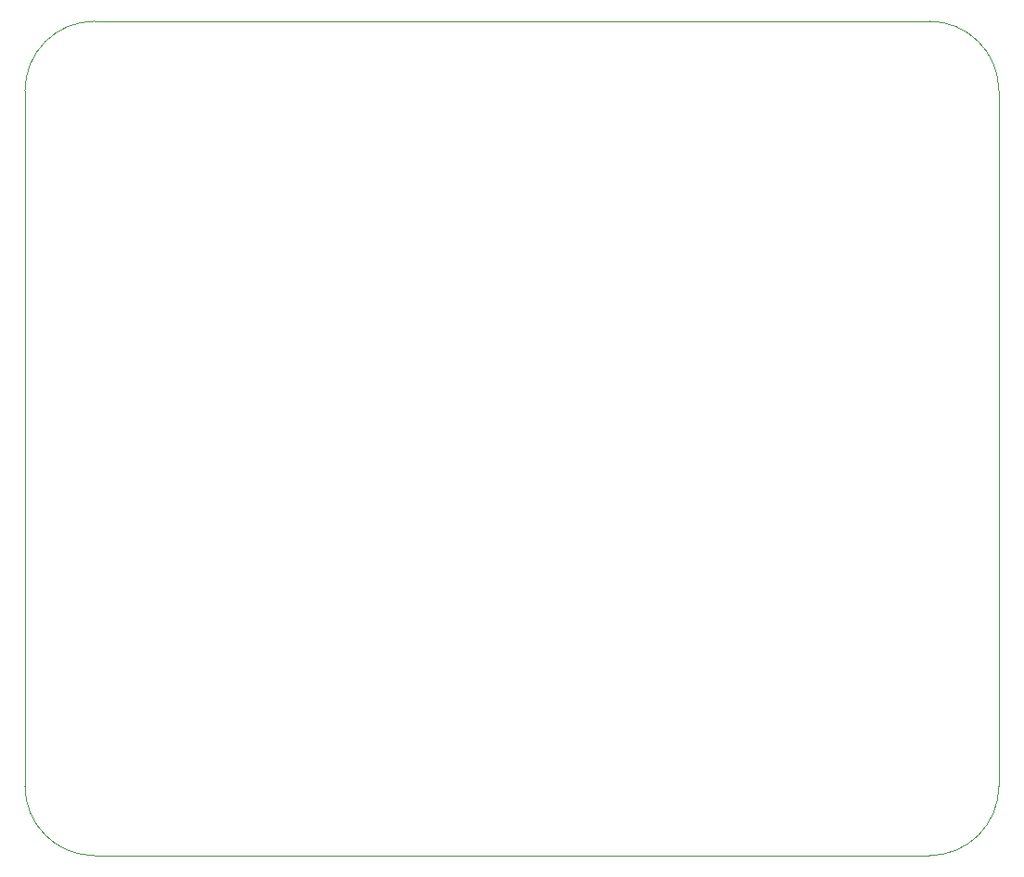
<source format=gbr>
%TF.GenerationSoftware,KiCad,Pcbnew,9.0.7-9.0.7~ubuntu24.04.1*%
%TF.CreationDate,2026-01-20T11:30:11-05:00*%
%TF.ProjectId,GS_Circuit,47535f43-6972-4637-9569-742e6b696361,rev?*%
%TF.SameCoordinates,Original*%
%TF.FileFunction,Profile,NP*%
%FSLAX46Y46*%
G04 Gerber Fmt 4.6, Leading zero omitted, Abs format (unit mm)*
G04 Created by KiCad (PCBNEW 9.0.7-9.0.7~ubuntu24.04.1) date 2026-01-20 11:30:11*
%MOMM*%
%LPD*%
G01*
G04 APERTURE LIST*
%TA.AperFunction,Profile*%
%ADD10C,0.100000*%
%TD*%
G04 APERTURE END LIST*
D10*
X15550000Y-28250000D02*
X15550000Y-91750000D01*
X98100000Y-21900000D02*
X21900000Y-21900000D01*
X21900000Y-98100000D02*
G75*
G02*
X15550000Y-91750000I0J6350000D01*
G01*
X98100000Y-21900000D02*
G75*
G02*
X104450000Y-28250000I0J-6350000D01*
G01*
X21900000Y-98100000D02*
X98100000Y-98100000D01*
X104450000Y-91750000D02*
G75*
G02*
X98100000Y-98100000I-6350000J0D01*
G01*
X104450000Y-91750000D02*
X104450000Y-28250000D01*
X15550000Y-28250000D02*
G75*
G02*
X21900000Y-21900000I6350000J0D01*
G01*
M02*

</source>
